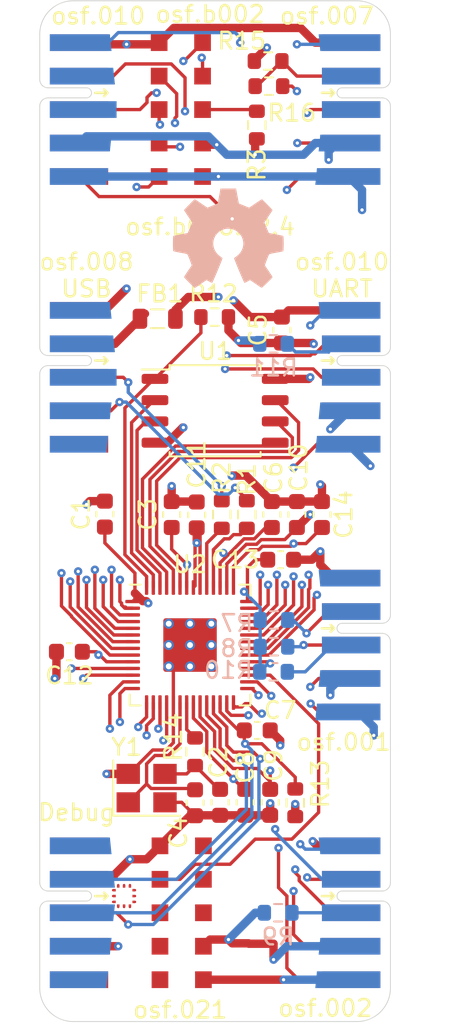
<source format=kicad_pcb>
(kicad_pcb (version 20211014) (generator pcbnew)
  (layers (0 "F.Cu" signal) (1 "In1.Cu" signal) (2 "In2.Cu" signal) (31 "B.Cu" signal) (34 "B.Paste" user) (35 "F.Paste" user) (36 "B.SilkS" user "B.Silkscreen") (37 "F.SilkS" user "F.Silkscreen") (38 "B.Mask" user) (39 "F.Mask" user) (44 "Edge.Cuts" user))
  (net 0 "")
  (net 1 "+3V3")
  (net 2 "GND")
  (net 3 "Net-(C2-Pad1)")
  (net 4 "Net-(C3-Pad1)")
  (net 5 "Net-(C4-Pad1)")
  (net 6 "/rp2040/RUN")
  (net 7 "Net-(C14-Pad1)")
  (net 8 "+5V")
  (net 9 "Net-(FB1-Pad2)")
  (net 10 "/UART0_RX")
  (net 11 "/UART0_TX")
  (net 12 "/GPIO24")
  (net 13 "/GPIO25")
  (net 15 "Net-(J2-Pad3)")
  (net 16 "Net-(J2-Pad4)")
  (net 21 "/rp2040/SWD")
  (net 22 "/rp2040/SWCLK")
  (net 28 "/SPI0_TX")
  (net 29 "/SPI0_RX")
  (net 30 "/SPI0_SCK")
  (net 31 "/GPIO6")
  (net 32 "/~{SPI0_CS}")
  (net 33 "/GPIO7")
  (net 34 "Net-(J4-Pad8)")
  (net 35 "/ADC_VREF")
  (net 36 "/ADC0")
  (net 37 "/ADC1")
  (net 38 "/ADC2")
  (net 39 "/ADC3")
  (net 40 "/rp2040/GPIO20")
  (net 41 "/rp2040/GPIO21")
  (net 42 "/GPIO23")
  (net 43 "/GPIO22")
  (net 44 "/SPI1_TX")
  (net 45 "/SPI1_RX")
  (net 46 "/SPI1_SCK")
  (net 47 "/GPIO14")
  (net 48 "/~{SPI1_CS}")
  (net 49 "/GPIO15")
  (net 50 "Net-(J7-Pad8)")
  (net 51 "/I2C1_SDA")
  (net 52 "/I2C1_SCL")
  (net 53 "/GPIO16")
  (net 54 "/GPIO17")
  (net 55 "Net-(J8-Pad8)")
  (net 56 "/UART1_TX")
  (net 57 "/UART1_RX")
  (net 58 "Net-(J9-Pad7)")
  (net 59 "/DM")
  (net 60 "/rp2040/QPI_SS")
  (net 61 "Net-(R14-Pad2)")
  (net 62 "Net-(U1-Pad2)")
  (net 63 "Net-(U1-Pad3)")
  (net 64 "Net-(U1-Pad5)")
  (net 65 "/rp2040/QSPI_CLK")
  (net 66 "Net-(U1-Pad7)")
  (net 67 "/DP")
  (footprint "Capacitor_SMD:C_0603_1608Metric" (layer "F.Cu") (at 153.025 85.6)
    (fp_text reference "C7")
    (fp_text value "1nF")
  )
  (footprint "Capacitor_SMD:C_0603_1608Metric" (layer "F.Cu") (at 143.9 72.675 90)
    (fp_text reference "C1")
    (fp_text value "100nF")
  )
  (footprint "Resistor_SMD:R_0603_1608Metric" (layer "F.Cu") (at 153.725 47.1)
    (fp_text reference "R16")
    (fp_text value "1R")
  )
  (footprint "on_edge:debug_edge_2x05_device" (layer "F.Cu") (at 140 96.5 -90)
    (fp_text reference "J3")
    (fp_text value "DebugEdge_02x05")
    (fp_line (start -0.7 -0.5) (end -0.7 -2.8) (layer "Edge.Cuts") (width 0.05))
    (fp_line (start -0.2 0) (end 4 0) (layer "Edge.Cuts") (width 0.05))
    (fp_line (start -4 0) (end -1.8 0) (layer "Edge.Cuts") (width 0.05))
    (fp_line (start -1.3 -2.8) (end -1.3 -0.5) (layer "Edge.Cuts") (width 0.05))
    (fp_arc (start -1.3 -0.5) (mid -1.446447 -0.146447) (end -1.8 0) (layer "Edge.Cuts") (width 0.05))
    (fp_arc (start -1.3 -2.8) (mid -1 -3.1) (end -0.7 -2.8) (layer "Edge.Cuts") (width 0.05))
    (fp_arc (start -0.2 0) (mid -0.553553 -0.146447) (end -0.7 -0.5) (layer "Edge.Cuts") (width 0.05))
  )
  (footprint "on_edge:on_edge_2x05_device" (layer "F.Cu") (at 140 48.5 -90)
    (fp_text reference "J1")
    (fp_text value "UART")
    (fp_line (start -4 0) (end -1.8 0) (layer "Edge.Cuts") (width 0.05))
    (fp_line (start -0.2 0) (end 4 0) (layer "Edge.Cuts") (width 0.05))
    (fp_line (start -1.3 -2.8) (end -1.3 -0.5) (layer "Edge.Cuts") (width 0.05))
    (fp_line (start -0.7 -0.5) (end -0.7 -2.8) (layer "Edge.Cuts") (width 0.05))
    (fp_arc (start -1.3 -0.5) (mid -1.446447 -0.146447) (end -1.8 0) (layer "Edge.Cuts") (width 0.05))
    (fp_arc (start -0.2 0) (mid -0.553553 -0.146447) (end -0.7 -0.5) (layer "Edge.Cuts") (width 0.05))
    (fp_arc (start -1.3 -2.8) (mid -1 -3.1) (end -0.7 -2.8) (layer "Edge.Cuts") (width 0.05))
  )
  (footprint "Resistor_SMD:R_0603_1608Metric" (layer "F.Cu") (at 150.9 72.7 -90)
    (fp_text reference "R2")
    (fp_text value "27R")
  )
  (footprint "Capacitor_SMD:C_0603_1608Metric" (layer "F.Cu") (at 141.775 80.9 180)
    (fp_text reference "C12")
    (fp_text value "100nF")
  )
  (footprint "Inductor_SMD:L_0805_2012Metric" (layer "F.Cu") (at 147.0625 61 180)
    (fp_text reference "FB1")
    (fp_text value "Ferrite_Bead_Small")
  )
  (footprint "on_edge:on_edge_2x05_up_host" (layer "F.Cu") (at 150.75 48.5 -90)
    (fp_text reference "J4")
    (fp_text value "SPI_2x3")
  )
  (footprint "Capacitor_SMD:C_0603_1608Metric" (layer "F.Cu") (at 156.9 72.7 90)
    (fp_text reference "C14")
    (fp_text value "2.2uF")
  )
  (footprint "on_edge:on_edge_2x05_host" (layer "F.Cu") (at 161 64.5 -90)
    (fp_text reference "J9")
    (fp_text value "UART_2x2")
    (fp_line (start -0.2 0) (end 4 0) (layer "Edge.Cuts") (width 0.05))
    (fp_line (start -0.7 2.9) (end -0.7 0.5) (layer "Edge.Cuts") (width 0.05))
    (fp_line (start -4 0) (end -1.8 0) (layer "Edge.Cuts") (width 0.05))
    (fp_line (start -1.3 0.5) (end -1.3 2.9) (layer "Edge.Cuts") (width 0.05))
    (fp_arc (start -1.8 0) (mid -1.446447 0.146447) (end -1.3 0.5) (layer "Edge.Cuts") (width 0.05))
    (fp_arc (start -0.7 2.9) (mid -1 3.2) (end -1.3 2.9) (layer "Edge.Cuts") (width 0.05))
    (fp_arc (start -0.7 0.5) (mid -0.553553 0.146447) (end -0.2 0) (layer "Edge.Cuts") (width 0.05))
  )
  (footprint "on_edge:on_edge_2x05_device" (layer "F.Cu") (at 140 64.5 -90)
    (fp_text reference "J2")
    (fp_text value "008_USB")
    (fp_line (start -1.3 -2.8) (end -1.3 -0.5) (layer "Edge.Cuts") (width 0.05))
    (fp_line (start -0.7 -0.5) (end -0.7 -2.8) (layer "Edge.Cuts") (width 0.05))
    (fp_line (start -4 0) (end -1.8 0) (layer "Edge.Cuts") (width 0.05))
    (fp_line (start -0.2 0) (end 4 0) (layer "Edge.Cuts") (width 0.05))
    (fp_arc (start -0.2 0) (mid -0.553553 -0.146447) (end -0.7 -0.5) (layer "Edge.Cuts") (width 0.05))
    (fp_arc (start -1.3 -2.8) (mid -1 -3.1) (end -0.7 -2.8) (layer "Edge.Cuts") (width 0.05))
    (fp_arc (start -1.3 -0.5) (mid -1.446447 -0.146447) (end -1.8 0) (layer "Edge.Cuts") (width 0.05))
  )
  (footprint "Capacitor_SMD:C_0603_1608Metric" (layer "F.Cu") (at 154.425 75.4)
    (fp_text reference "C13")
    (fp_text value "2.2uF")
  )
  (footprint "Crystal:Crystal_SMD_Abracon_ABM8G-4Pin_3.2x2.5mm" (layer "F.Cu") (at 146.4 89.05)
    (fp_text reference "Y1")
    (fp_text value "12MhZ")
  )
  (footprint "Capacitor_SMD:C_0603_1608Metric" (layer "F.Cu") (at 153.8 89.9 -90)
    (fp_text reference "C9")
    (fp_text value "2.2uF")
  )
  (footprint "Capacitor_SMD:C_0603_1608Metric" (layer "F.Cu") (at 155.4 72.7 90)
    (fp_text reference "C10")
    (fp_text value "100nF")
  )
  (footprint "on_edge:on_edge_2x05_host" (layer "F.Cu") (at 161 80.5 -90)
    (fp_text reference "J8")
    (fp_text value "I2C_2x2")
    (fp_line (start -1.3 0.5) (end -1.3 2.9) (layer "Edge.Cuts") (width 0.05))
    (fp_line (start -4 0) (end -1.8 0) (layer "Edge.Cuts") (width 0.05))
    (fp_line (start -0.2 0) (end 4 0) (layer "Edge.Cuts") (width 0.05))
    (fp_line (start -0.7 2.9) (end -0.7 0.5) (layer "Edge.Cuts") (width 0.05))
    (fp_arc (start -0.7 2.9) (mid -1 3.2) (end -1.3 2.9) (layer "Edge.Cuts") (width 0.05))
    (fp_arc (start -0.7 0.5) (mid -0.553553 0.146447) (end -0.2 0) (layer "Edge.Cuts") (width 0.05))
    (fp_arc (start -1.8 0) (mid -1.446447 0.146447) (end -1.3 0.5) (layer "Edge.Cuts") (width 0.05))
  )
  (footprint "Capacitor_SMD:C_0603_1608Metric" (layer "F.Cu") (at 154.5 61.675 90)
    (fp_text reference "C5")
    (fp_text value "100nF")
  )
  (footprint "b018:RP2040-QFN-56" (layer "F.Cu") (at 149 80.5)
    (fp_text reference "U2")
    (fp_text value "RP2040")
  )
  (footprint "on_edge:on_edge_2x05_host" (layer "F.Cu") (at 161 96.5 -90)
    (fp_text reference "J7")
    (fp_text value "SPI_2x3")
    (fp_line (start -0.2 0) (end 4 0) (layer "Edge.Cuts") (width 0.05))
    (fp_line (start -1.3 0.5) (end -1.3 2.9) (layer "Edge.Cuts") (width 0.05))
    (fp_line (start -0.7 2.9) (end -0.7 0.5) (layer "Edge.Cuts") (width 0.05))
    (fp_line (start -4 0) (end -1.8 0) (layer "Edge.Cuts") (width 0.05))
    (fp_arc (start -0.7 2.9) (mid -1 3.2) (end -1.3 2.9) (layer "Edge.Cuts") (width 0.05))
    (fp_arc (start -0.7 0.5) (mid -0.553553 0.146447) (end -0.2 0) (layer "Edge.Cuts") (width 0.05))
    (fp_arc (start -1.8 0) (mid -1.446447 0.146447) (end -1.3 0.5) (layer "Edge.Cuts") (width 0.05))
  )
  (footprint "Resistor_SMD:R_0603_1608Metric" (layer "F.Cu") (at 155.3 89.925 90)
    (fp_text reference "R13")
    (fp_text value "10k")
  )
  (footprint "Resistor_SMD:R_0603_1608Metric" (layer "F.Cu") (at 150.475 60.9 180)
    (fp_text reference "R12")
    (fp_text value "d.n.p")
  )
  (footprint "Capacitor_SMD:C_0603_1608Metric" (layer "F.Cu") (at 149.3 89.925 -90)
    (fp_text reference "C4")
    (fp_text value "12pF")
  )
  (footprint "on_edge:on_edge_2x05_up_host" (layer "F.Cu") (at 150.8 96.5 -90)
    (fp_text reference "J6")
    (fp_text value "021_single_IO_UNIO")
  )
  (footprint "Capacitor_SMD:C_0603_1608Metric" (layer "F.Cu") (at 153.9 72.7 90)
    (fp_text reference "C6")
    (fp_text value "100nF")
  )
  (footprint "Resistor_SMD:R_0603_1608Metric" (layer "F.Cu") (at 152.4 72.7 -90)
    (fp_text reference "R1")
    (fp_text value "27R")
  )
  (footprint "Resistor_SMD:R_0603_1608Metric" (layer "F.Cu") (at 153 49.425 90)
    (fp_text reference "R3")
    (fp_text value "10k")
  )
  (footprint "Capacitor_SMD:C_0603_1608Metric" (layer "F.Cu") (at 152.3 89.9 -90)
    (fp_text reference "C8")
    (fp_text value "100nF")
  )
  (footprint "Capacitor_SMD:C_0603_1608Metric" (layer "F.Cu") (at 149.4 72.725 90)
    (fp_text reference "C11")
    (fp_text value "100nF")
  )
  (footprint "Package_SO:SOIC-8_5.23x5.23mm_P1.27mm" (layer "F.Cu") (at 150.5 66.5)
    (fp_text reference "U1")
    (fp_text value "W25Q128JVS")
  )
  (footprint "Capacitor_SMD:C_0603_1608Metric" (layer "F.Cu") (at 147.9 72.7 90)
    (fp_text reference "C3")
    (fp_text value "100nF")
  )
  (footprint "Resistor_SMD:R_0603_1608Metric" (layer "F.Cu") (at 149.3 86.875 90)
    (fp_text reference "R14")
    (fp_text value "1k")
  )
  (footprint "Capacitor_SMD:C_0603_1608Metric" (layer "F.Cu") (at 150.8 89.9 -90)
    (fp_text reference "C2")
    (fp_text value "12pF")
  )
  (footprint "Resistor_SMD:R_0603_1608Metric" (layer "F.Cu") (at 153.675 45.6)
    (fp_text reference "R15")
    (fp_text value "200R")
  )
  (footprint "on_edge:on_edge_2x05_host" (layer "F.Cu") (at 161 48.5 -90)
    (fp_text reference "J5")
    (fp_text value "ADC_2x3")
    (fp_line (start -4 0) (end -1.8 0) (layer "Edge.Cuts") (width 0.05))
    (fp_line (start -1.3 0.5) (end -1.3 2.9) (layer "Edge.Cuts") (width 0.05))
    (fp_line (start -0.7 2.9) (end -0.7 0.5) (layer "Edge.Cuts") (width 0.05))
    (fp_line (start -0.2 0) (end 4 0) (layer "Edge.Cuts") (width 0.05))
    (fp_arc (start -1.8 0) (mid -1.446447 0.146447) (end -1.3 0.5) (layer "Edge.Cuts") (width 0.05))
    (fp_arc (start -0.7 0.5) (mid -0.553553 0.146447) (end -0.2 0) (layer "Edge.Cuts") (width 0.05))
    (fp_arc (start -0.7 2.9) (mid -1 3.2) (end -1.3 2.9) (layer "Edge.Cuts") (width 0.05))
  )
  (footprint "Resistor_SMD:R_0603_1608Metric" (layer "B.Cu") (at 154.025 79)
    (fp_text reference "R7")
    (fp_text value "2k")
  )
  (footprint "Resistor_SMD:R_0603_1608Metric" (layer "B.Cu") (at 154.275 96.5)
    (fp_text reference "R9")
    (fp_text value "10k")
  )
  (footprint "Resistor_SMD:R_0603_1608Metric" (layer "B.Cu") (at 154 82.1)
    (fp_text reference "R10")
    (fp_text value "10k")
  )
  (footprint "Symbol:OSHW-Symbol_6.7x6mm_SilkScreen" (layer "B.Cu") (at 151.3 56.2 180)
    (fp_text reference "LOGO1" hide)
    (fp_text value "Logo_Open_Hardware_Small" hide)
  )
  (footprint "Resistor_SMD:R_0603_1608Metric" (layer "B.Cu") (at 154 62.5)
    (fp_text reference "R11")
    (fp_text value "10k")
  )
  (footprint "Resistor_SMD:R_0603_1608Metric" (layer "B.Cu") (at 154.025 80.6)
    (fp_text reference "R8")
    (fp_text value "2k")
  )
  (gr_line (start 161 101) (end 161 100.5) (layer "Edge.Cuts") (width 0.05))
  (gr_line (start 140 44.5) (end 140 44) (layer "Edge.Cuts") (width 0.05))
  (gr_line (start 142 42) (end 159 42) (layer "Edge.Cuts") (width 0.05))
  (gr_arc (start 161 101) (mid 160.414214 102.414214) (end 159 103) (layer "Edge.Cuts") (width 0.05))
  (gr_line (start 161 92.5) (end 161 84.5) (layer "Edge.Cuts") (width 0.05))
  (gr_line (start 159 103) (end 142 103) (layer "Edge.Cuts") (width 0.05))
  (gr_line (start 161 60.5) (end 161 52.5) (layer "Edge.Cuts") (width 0.05))
  (gr_arc (start 159 42) (mid 160.414214 42.585786) (end 161 44) (layer "Edge.Cuts") (width 0.05))
  (gr_line (start 140 52.5) (end 140 60.5) (layer "Edge.Cuts") (width 0.05))
  (gr_line (start 161 44.5) (end 161 44) (layer "Edge.Cuts") (width 0.05))
  (gr_arc (start 142 103) (mid 140.585786 102.414214) (end 140 101) (layer "Edge.Cuts") (width 0.05))
  (gr_line (start 140 101) (end 140 100.5) (layer "Edge.Cuts") (width 0.05))
  (gr_arc (start 140 44) (mid 140.585786 42.585786) (end 142 42) (layer "Edge.Cuts") (width 0.05))
  (gr_line (start 161 76.5) (end 161 68.5) (layer "Edge.Cuts") (width 0.05))
  (gr_line (start 140 92.5) (end 140 68.5) (layer "Edge.Cuts") (width 0.05))
  (gr_text "osf.b018.v2.4" (at 150.2 55.5) (layer "F.SilkS") (effects (font (size 1 1))))
  (gr_text "osf.001\n" (at 158.2 86.3) (layer "F.SilkS") (effects (font (size 1 1))))
  (gr_text "osf.007" (at 157.2 42.9) (layer "F.SilkS") (effects (font (size 1 1))))
  (gr_text "osf.010" (at 143.5 42.9) (layer "F.SilkS") (effects (font (size 1 1))))
  (gr_text "osf.010\nUART" (at 158.1 58.4) (layer "F.SilkS") (effects (font (size 1 1))))
  (gr_text "Debug" (at 142.2 90.5) (layer "F.SilkS") (effects (font (size 1 1))))
  (gr_text "osf.021" (at 148.4 102.3) (layer "F.SilkS") (effects (font (size 1 1))))
  (gr_text "osf.008\nUSB" (at 142.8 58.4) (layer "F.SilkS") (effects (font (size 1 1))))
  (gr_text "osf.b002" (at 150.2 42.8) (layer "F.SilkS") (effects (font (size 1 1))))
  (gr_text "osf.002" (at 157.1 102.2) (layer "F.SilkS") (effects (font (size 1 1))))
  (segment (start 151.9 62.3) (end 152.05 62.45) (width 0.5) (layer "F.Cu") (net 1))
  (segment (start 146.173131 77.877) (end 145.7 77.403869) (width 0.5) (layer "F.Cu") (net 1))
  (segment (start 155.3 90.75) (end 155.3 90) (width 0.5) (layer "F.Cu") (net 1))
  (segment (start 154.675 74.2) (end 155.4 73.475) (width 0.2) (layer "F.Cu") (net 1))
  (segment (start 150 86.8) (end 150 86.9) (width 0.2) (layer "F.Cu") (net 1))
  (segment (start 152.282932 77.2625) (end 152.4375 77.2625) (width 0.2) (layer "F.Cu") (net 1))
  (segment (start 146.5 78) (end 146.377 77.877) (width 0.5) (layer "F.Cu") (net 1))
  (segment (start 152.987317 74.479) (end 153.266317 74.2) (width 0.2) (layer "F.Cu") (net 1))
  (segment (start 156.175 72.7) (end 155.4 73.475) (width 0.5) (layer "F.Cu") (net 1))
  (segment (start 146.377 77.877) (end 146.173131 77.877) (width 0.5) (layer "F.Cu") (net 1))
  (segment (start 152.370896 74.479) (end 152.987317 74.479) (width 0.2) (layer "F.Cu") (net 1))
  (segment (start 149.2 84.871131) (end 150.002 85.673131) (width 0.2) (layer "F.Cu") (net 1))
  (segment (start 145.7 77.7625) (end 145.5625 77.9) (width 0.2) (layer "F.Cu") (net 1))
  (segment (start 151.3 61.7) (end 151.3 60.9) (width 0.5) (layer "F.Cu") (net 1))
  (segment (start 156.2 72.7) (end 156.175 72.7) (width 0.5) (layer "F.Cu") (net 1))
  (segment (start 150.002 86.798) (end 150 86.8) (width 0.2) (layer "F.Cu") (net 1))
  (segment (start 151.9 62.3) (end 151.3 61.7) (width 0.5) (layer "F.Cu") (net 1))
  (segment (start 150.6 50.6) (end 149.85 50.6) (width 0.5) (layer "F.Cu") (net 1))
  (segment (start 153.266317 74.2) (end 154.675 74.2) (width 0.2) (layer "F.Cu") (net 1))
  (segment (start 143.9 73.45) (end 143.9 74.4) (width 0.2) (layer "F.Cu") (net 1))
  (segment (start 149.2 83.9375) (end 149.2 84.871131) (width 0.2) (layer "F.Cu") (net 1))
  (segment (start 150 86.9) (end 151.6 88.5) (width 0.2) (layer "F.Cu") (net 1))
  (segment (start 145.5625 81.5) (end 144 81.5) (width 0.2) (layer "F.Cu") (net 1))
  (segment (start 149.2 77.0625) (end 149.3 76.9625) (width 0.2) (layer "F.Cu") (net 1))
  (segment (start 152.4375 77.9) (end 152.4375 77.2625) (width 0.2) (layer "F.Cu") (net 1))
  (segment (start 150.2 98.1) (end 149.8 98.5) (width 0.5) (layer "F.Cu") (net 1))
  (segment (start 154.5 62.45) (end 156.35 62.45) (width 0.5) (layer "F.Cu") (net 1))
  (segment (start 143.9 74.4) (end 145.7 76.2) (width 0.2) (layer "F.Cu") (net 1))
  (segment (start 142.35 98.5) (end 144.7 98.5) (width 0.5) (layer "F.Cu") (net 1))
  (segment (start 152.9 50.35) (end 153 50.25) (width 0.5) (layer "F.Cu") (net 1))
  (segment (start 152.5 98.325) (end 151.525 98.325) (width 0.5) (layer "F.Cu") (net 1))
  (segment (start 156.35 62.45) (end 156.406644 62.506644) (width 0.5) (layer "F.Cu") (net 1))
  (segment (start 152.225 89.125) (end 151.6 88.5) (width 0.2) (layer "F.Cu") (net 1))
  (segment (start 156.105 64.595) (end 156.2 64.5) (width 0.5) (layer "F.Cu") (net 1))
  (segment (start 149.4 74.4) (end 149.4 73.5) (width 0.5) (layer "F.Cu") (net 1))
  (segment (start 152.525 98.35) (end 152.5 98.325) (width 0.5) (layer "F.Cu") (net 1))
  (segment (start 151.2 77.0625) (end 151.2 75.649896) (width 0.2) (layer "F.Cu") (net 1))
  (segment (start 149.3 73.6) (end 149.4 73.5) (width 0.2) (layer "F.Cu") (net 1))
  (segment (start 152.235779 77.309653) (end 152.282932 77.2625) (width 0.2) (layer "F.Cu") (net 1))
  (segment (start 152.85 45.6) (end 152.85 45.55) (width 0.5) (layer "F.Cu") (net 1))
  (segment (start 145.7 76.2) (end 145.7 77.7625) (width 0.2) (layer "F.Cu") (net 1))
  (segment (start 152.4375 77.2625) (end 152.4375 75.8625) (width 0.2) (layer "F.Cu") (net 1))
  (segment (start 154.1 64.595) (end 156.105 64.595) (width 0.5) (layer "F.Cu") (net 1))
  (segment (start 144 81.5) (end 143.4 80.9) (width 0.2) (layer "F.Cu") (net 1))
  (segment (start 143.4 80.9) (end 142.55 80.9) (width 0.2) (layer "F.Cu") (net 1))
  (segment (start 153.7 81.5) (end 153.8 81.6) (width 0.2) (layer "F.Cu") (net 1))
  (segment (start 149.85 50.6) (end 149.75 50.5) (width 0.5) (layer "F.Cu") (net 1))
  (segment (start 151.3 98.1) (end 150.2 98.1) (width 0.5) (layer "F.Cu") (net 1))
  (segment (start 152.3 89.125) (end 152.225 89.125) (width 0.2) (layer "F.Cu") (net 1))
  (segment (start 149.6 77.0625) (end 149.6 73.7) (width 0.2) (layer "F.Cu") (net 1))
  (segment (start 152.9 51.2) (end 152.9 50.35) (width 0.5) (layer "F.Cu") (net 1))
  (segment (start 151.525 98.325) (end 151.3 98.1) (width 0.5) (layer "F.Cu") (net 1))
  (segment (start 152.05 62.45) (end 154.5 62.45) (width 0.5) (layer "F.Cu") (net 1))
  (segment (start 150.002 85.673131) (end 150.002 86.798) (width 0.2) (layer "F.Cu") (net 1))
  (segment (start 152.9 75.4) (end 153.65 75.4) (width 0.2) (layer "F.Cu") (net 1))
  (segment (start 152.85 45.55) (end 153.6 44.8) (width 0.5) (layer "F.Cu") (net 1))
  (segment (start 149.6 73.7) (end 149.4 73.5) (width 0.2) (layer "F.Cu") (net 1))
  (segment (start 154 98.35) (end 152.525 98.35) (width 0.5) (layer "F.Cu") (net 1))
  (segment (start 151.2 75.649896) (end 152.370896 74.479) (width 0.2) (layer "F.Cu") (net 1))
  (segment (start 149.3 76.9625) (end 149.3 73.6) (width 0.2) (layer "F.Cu") (net 1))
  (segment (start 152.4375 75.8625) (end 152.9 75.4) (width 0.2) (layer "F.Cu") (net 1))
  (segment (start 154 99.3) (end 154 98.35) (width 0.5) (layer "F.Cu") (net 1))
  (segment (start 152.4375 81.5) (end 153.7 81.5) (width 0.2) (layer "F.Cu") (net 1))
  (via (at 149.4 74.4) (size 0.5) (drill 0.2) (layers "F.Cu" "B.Cu") (net 1))
  (via (at 152.235779 77.309653) (size 0.5) (drill 0.2) (layers "F.Cu" "B.Cu") (net 1))
  (via (at 153.6 44.8) (size 0.5) (drill 0.2) (layers "F.Cu" "B.Cu") (net 1))
  (via (at 143.513063 81.086937) (size 0.5) (drill 0.2) (layers "F.Cu" "B.Cu") (net 1))
  (via (at 157.4 67.6) (size 0.5) (drill 0.2) (layers "F.Cu" "B.Cu") (net 1))
  (via (at 146.5 78) (size 0.5) (drill 0.2) (layers "F.Cu" "B.Cu") (net 1))
  (via (at 144.7 98.5) (size 0.5) (drill 0.2) (layers "F.Cu" "B.Cu") (net 1))
  (via (at 157.3 51.5) (size 0.5) (drill 0.2) (layers "F.Cu" "B.Cu") (net 1))
  (via (at 156.2 64.5) (size 0.5) (drill 0.2) (layers "F.Cu" "B.Cu") (net 1))
  (via (at 157.4 83.5) (size 0.5) (drill 0.2) (layers "F.Cu" "B.Cu") (net 1))
  (via (at 150.6 50.6) (size 0.5) (drill 0.2) (layers "F.Cu" "B.Cu") (net 1))
  (via (at 156.406644 62.506644) (size 0.5) (drill 0.2) (layers "F.Cu" "B.Cu") (net 1))
  (via (at 151.9 62.3) (size 0.5) (drill 0.2) (layers "F.Cu" "B.Cu") (net 1))
  (via (at 153.8 81.6) (size 0.5) (drill 0.2) (layers "F.Cu" "B.Cu") (net 1))
  (via (at 154 99.3) (size 0.5) (drill 0.2) (layers "F.Cu" "B.Cu") (net 1))
  (via (at 152.9 51.2) (size 0.5) (drill 0.2) (layers "F.Cu" "B.Cu") (net 1))
  (via (at 155.3 90) (size 0.5) (drill 0.2) (layers "F.Cu" "B.Cu") (net 1))
  (via (at 151.6 88.5) (size 0.5) (drill 0.2) (layers "F.Cu" "B.Cu") (net 1))
  (via (at 151.3 98.1) (size 0.5) (drill 0.2) (layers "F.Cu" "B.Cu") (net 1))
  (via (at 156.2 72.7) (size 0.5) (drill 0.2) (layers "F.Cu" "B.Cu") (net 1))
  (segment (start 150.6 50.6) (end 150.1 50.1) (width 0.5) (layer "B.Cu") (net 1))
  (segment (start 156.5 50.5) (end 155.9 51.1) (width 0.5) (layer "B.Cu") (net 1))
  (segment (start 155.9 51.1) (end 155.8 51.2) (width 0.5) (layer "B.Cu") (net 1))
  (segment (start 157.3 51) (end 157.8 50.5) (width 0.5) (layer "B.Cu") (net 1))
  (segment (start 158.6 50.5) (end 156.5 50.5) (width 0.5) (layer "B.Cu") (net 1))
  (segment (start 157.3 51.5) (end 157.3 51) (width 0.5) (layer "B.Cu") (net 1))
  (segment (start 153.2 78.273874) (end 152.235779 77.309653) (width 0.2) (layer "B.Cu") (net 1))
  (segment (start 157.4 83.1) (end 158 82.5) (width 0.5) (layer "B.Cu") (net 1))
  (segment (start 157.4 83.5) (end 157.4 83.1) (width 0.5) (layer "B.Cu") (net 1))
  (segment (start 153.2 79) (end 153.2 78.273874) (width 0.2) (layer "B.Cu") (net 1))
  (segment (start 150.1 50.1) (end 142.8 50.1) (width 0.5) (layer "B.Cu") (net 1))
  (segment (start 151.2 51.2) (end 150.6 50.6) (width 0.5) (layer "B.Cu") (net 1))
  (segment (start 152.9 96.5) (end 151.3 98.1) (width 0.5) (layer "B.Cu") (net 1))
  (segment (start 153.45 96.5) (end 152.9 96.5) (width 0.5) (layer "B.Cu") (net 1))
  (segment (start 153.2 80.6) (end 153.2 82.075) (width 0.2) (layer "B.Cu") (net 1))
  (segment (start 151.9 62.3) (end 152.975 62.3) (width 0.5) (layer "B.Cu") (net 1))
  (segment (start 158.6 98.5) (end 154.8 98.5) (width 0.5) (layer "B.Cu") (net 1))
  (segment (start 152.975 62.3) (end 153.175 62.5) (width 0.5) (layer "B.Cu") (net 1))
  (segment (start 153.2 79) (end 153.2 80.6) (width 0.2) (layer "B.Cu") (net 1))
  (segment (start 158.5 66.5) (end 158.6 66.5) (width 0.5) (layer "B.Cu") (net 1))
  (segment (start 157.8 50.5) (end 158.6 50.5) (width 0.5) (layer "B.Cu") (net 1))
  (segment (start 155.8 51.2) (end 152.9 51.2) (width 0.5) (layer "B.Cu") (net 1))
  (segment (start 153.2 82.075) (end 153.175 82.1) (width 0.2) (layer "B.Cu") (net 1))
  (segment (start 152.9 51.2) (end 151.2 51.2) (width 0.5) (layer "B.Cu") (net 1))
  (segment (start 157.4 67.6) (end 158.5 66.5) (width 0.5) (layer "B.Cu") (net 1))
  (segment (start 153.675 81.6) (end 153.175 82.1) (width 0.2) (layer "B.Cu") (net 1))
  (segment (start 158 82.5) (end 158.6 82.5) (width 0.5) (layer "B.Cu") (net 1))
  (segment (start 142.8 50.1) (end 142.4 50.5) (width 0.5) (layer "B.Cu") (net 1))
  (segment (start 153.8 81.6) (end 153.675 81.6) (width 0.2) (layer "B.Cu") (net 1))
  (segment (start 154.8 98.5) (end 154 99.3) (width 0.5) (layer "B.Cu") (net 1))
  (segment (start 154.4 86.2) (end 153.8 85.6) (width 0.5) (layer "F.Cu") (net 2))
  (segment (start 148 86.337552) (end 147.564552 86.773) (width 0.2) (layer "F.Cu") (net 2))
  (segment (start 149.3 90.7) (end 148.5 89.9) (width 0.2) (layer "F.Cu") (net 2))
  (segment (start 149.3 90.7) (end 149 90.7) (width 0.5) (layer "F.Cu") (net 2))
  (segment (start 143.9 60.5) (end 145.2 59.2) (width 0.5) (layer "F.Cu") (net 2))
  (segment (start 149.325 90.675) (end 149.3 90.7) (width 0.5) (layer "F.Cu") (net 2))
  (segment (start 148 82.05) (end 147.725 81.775) (width 0.2) (layer "F.Cu") (net 2))
  (segment (start 156.343972 92.2235) (end 156.620472 92.5) (width 0.5) (layer "F.Cu") (net 2))
  (segment (start 144.2 94.5) (end 145.4 93.3) (width 0.5) (layer "F.Cu") (net 2))
  (segment (start 148 83.9375) (end 148 86.337552) (width 0.2) (layer "F.Cu") (net 2))
  (segment (start 154.5 60.9) (end 152.6 60.9) (width 0.5) (layer "F.Cu") (net 2))
  (segment (start 148.5 89.9) (end 147.5 89.9) (width 0.2) (layer "F.Cu") (net 2))
  (segment (start 145.337552 88.2) (end 145.3 88.2) (width 0.2) (layer "F.Cu") (net 2))
  (segment (start 152.348 70.373) (end 153.9 71.925) (width 0.5) (layer "F.Cu") (net 2))
  (segment (start 154.4 86.5) (end 154.4 86.2) (width 0.5) (layer "F.Cu") (net 2))
  (segment (start 149 90.7) (end 147.2 92.5) (width 0.5) (layer "F.Cu") (net 2))
  (segment (start 155.623 43.623) (end 148.027 43.623) (width 0.5) (layer "F.Cu") (net 2))
  (segment (start 148.562972 67.5) (end 147.731486 68.331486) (width 0.5) (layer "F.Cu") (net 2))
  (segment (start 141 80.9) (end 141 82.4) (width 0.5) (layer "F.Cu") (net 2))
  (segment (start 153.8 90.675) (end 152.3 90.675) (width 0.5) (layer "F.Cu") (net 2))
  (segment (start 156.8 74.9) (end 156.8 75.7) (width 0.5) (layer "F.Cu") (net 2))
  (segment (start 158.65 44.5) (end 156.5 44.5) (width 0.5) (layer "F.Cu") (net 2))
  (segment (start 149.375 71.925) (end 149.4 71.95) (width 0.5) (layer "F.Cu") (net 2))
  (segment (start 144 88.2) (end 145.3 88.2) (width 0.5) (layer "F.Cu") (net 2))
  (segment (start 143.9 71.9) (end 143 71.9) (width 0.5) (layer "F.Cu") (net 2))
  (segment (start 153.8 90.675) (end 153.8 89.952) (width 0.5) (layer "F.Cu") (net 2))
  (segment (start 150.8 90.675) (end 149.325 90.675) (width 0.5) (layer "F.Cu") (net 2))
  (segment (start 157.6 76.5) (end 158.65 76.5) (width 0.5) (layer "F.Cu") (net 2))
  (segment (start 152.3 90.675) (end 150.8 90.675) (width 0.5) (layer "F.Cu") (net 2))
  (segment (start 156.9 71.925) (end 156.9 71) (width 0.5) (layer "F.Cu") (net 2))
  (segment (start 141 82.4) (end 140.9 82.5) (width 0.5) (layer "F.Cu") (net 2))
  (segment (start 154.9 60.5) (end 154.5 60.9) (width 0.5) (layer "F.Cu") (net 2))
  (segment (start 155.4 71.925) (end 156.9 71.925) (width 0.5) (layer "F.Cu") (net 2))
  (segment (start 148.6 67.5) (end 148.562972 67.5) (width 0.5) (layer "F.Cu") (net 2))
  (segment (start 156.9 71) (end 156.8 70.9) (width 0.5) (layer "F.Cu") (net 2))
  (segment (start 147.564552 86.773) (end 146.764552 86.773) (width 0.2) (layer "F.Cu") (net 2))
  (segment (start 142.35 60.5) (end 143.9 60.5) (width 0.5) (layer "F.Cu") (net 2))
  (segment (start 142.45 44.6) (end 142.35 44.5) (width 0.5) (layer "F.Cu") (net 2))
  (segment (start 145.2 44.6) (end 147.05 44.6) (width 0.5) (layer "F.Cu") (net 2))
  (segment (start 156.5 44.5) (end 155.623 43.623) (width 0.5) (layer "F.Cu") (net 2))
  (segment (start 147.9 71) (end 147.9 71.925) (width 0.5) (layer "F.Cu") (net 2))
  (segment (start 146.4 93.3) (end 147.2 92.5) (width 0.5) (layer "F.Cu") (net 2))
  (segment (start 156.620472 92.5) (end 158.65 92.5) (width 0.5) (layer "F.Cu") (net 2))
  (segment (start 145.2 44.6) (end 142.45 44.6) (width 0.5) (layer "F.Cu") (net 2))
  (segment (start 152.6 60.9) (end 151.6 59.9) (width 0.5) (layer "F.Cu") (net 2))
  (segment (start 147.9 71.925) (end 149.375 71.925) (width 0.5) (layer "F.Cu") (net 2))
  (segment (start 156.3 75.4) (end 156.8 74.9) (width 0.5) (layer "F.Cu") (net 2))
  (segment (start 146.764552 86.773) (end 145.337552 88.2) (width 0.2) (layer "F.Cu") (net 2))
  (segment (start 148 83.9375) (end 148 82.05) (width 0.2) (layer "F.Cu") (net 2))
  (segment (start 153.9 71.925) (end 155.4 71.925) (width 0.5) (layer "F.Cu") (net 2))
  (segment (start 158.65 60.5) (end 154.9 60.5) (width 0.5) (layer "F.Cu") (net 2))
  (segment (start 151.5 70.4) (end 151.527 70.373) (width 0.5) (layer "F.Cu") (net 2))
  (segment (start 147.05 44.6) (end 147.15 44.5) (width 0.5) (layer "F.Cu") (net 2))
  (segment (start 143 71.9) (end 142.8 72.1) (width 0.5) (layer "F.Cu") (net 2))
  (segment (start 156.8 75.7) (end 157.6 76.5) (width 0.5) (layer "F.Cu") (net 2))
  (segment (start 148.027 43.623) (end 147.15 44.5) (width 0.5) (layer "F.Cu") (net 2))
  (segment (start 142.35 94.5) (end 144.2 94.5) (width 0.5) (layer "F.Cu") (net 2))
  (segment (start 145.4 93.3) (end 146.4 93.3) (width 0.5) (layer "F.Cu") (net 2))
  (segment (start 155.2 75.4) (end 156.3 75.4) (width 0.5) (layer "F.Cu") (net 2))
  (segment (start 151.527 70.373) (end 152.348 70.373) (width 0.5) (layer "F.Cu") (net 2))
  (via (at 140.9 82.5) (size 0.5) (drill 0.2) (layers "F.Cu" "B.Cu") (net 2))
  (via (at 153.8 89.952) (size 0.5) (drill 0.2) (layers "F.Cu" "B.Cu") (net 2))
  (via (at 154.4 86.5) (size 0.5) (drill 0.2) (layers "F.Cu" "B.Cu") (net 2))
  (via (at 144 88.2) (size 0.5) (drill 0.2) (layers "F.Cu" "B.Cu") (net 2))
  (via (at 148.6 67.5) (size 0.5) (drill 0.2) (layers "F.Cu" "B.Cu") (net 2))
  (via (at 145.2 59.2) (size 0.5) (drill 0.2) (layers "F.Cu" "B.Cu") (net 2))
  (via (at 145.4 93.3) (size 0.5) (drill 0.2) (layers "F.Cu" "B.Cu") (net 2))
  (via (at 151.5 70.4) (size 0.5) (drill 0.2) (layers "F.Cu" "B.Cu") (net 2))
  (via (at 151.6 59.9) (size 0.5) (drill 0.2) (layers "F.Cu" "B.Cu") (net 2))
  (via (at 156.8 74.9) (size 0.5) (drill 0.2) (layers "F.Cu" "B.Cu") (net 2))
  (via (at 156.8 70.9) (size 0.5) (drill 0.2) (layers "F.Cu" "B.Cu") (net 2))
  (via (at 147.9 71) (size 0.5) (drill 0.2) (layers "F.Cu" "B.Cu") (net 2))
  (via (at 142.8 72.1) (size 0.5) (drill 0.2) (layers "F.Cu" "B.Cu") (net 2))
  (via (at 156.343972 92.2235) (size 0.5) (drill 0.2) (layers "F.Cu" "B.Cu") (net 2))
  (via (at 145.2 44.6) (size 0.5) (drill 0.2) (layers "F.Cu" "B.Cu") (net 2))
  (segment (start 150.725 89.125) (end 149.3 87.7) (width 0.2) (layer "F.Cu") (net 3))
  (segment (start 147.5 88.2) (end 148.8 88.2) (width 0.2) (layer "F.Cu") (net 3))
  (segment (start 148.8 88.2) (end 149.3 87.7) (width 0.2) (layer "F.Cu") (net 3))
  (segment (start 150.8 89.125) (end 150.725 89.125) (width 0.2) (layer "F.Cu") (net 3))
  (segment (start 152.851869 74.152) (end 153.528869 73.475) (width 0.2) (layer "F.Cu") (net 4))
  (segment (start 151.577 87.877) (end 153.027 87.877) (width 0.2) (layer "F.Cu") (net 4))
  (segment (start 149.6 84.8) (end 150.473 85.673) (width 0.2) (layer "F.Cu") (net 4))
  (segment (start 151 75) (end 151.143724 75.143724) (width 0.2) (layer "F.Cu") (net 4))
  (segment (start 150.473 86.773) (end 151.577 87.877) (width 0.2) (layer "F.Cu") (net 4))
  (segment (start 152.235448 74.152) (end 152.851869 74.152) (width 0.2) (layer "F.Cu") (net 4))
  (segment (start 148.8235 75.7) (end 147.9 74.7765) (width 0.2) (layer "F.Cu") (net 4))
  (segment (start 153.528869 73.475) (end 153.9 73.475) (width 0.2) (layer "F.Cu") (net 4))
  (segment (start 153.027 87.877) (end 153.8 88.65) (width 0.2) (layer "F.Cu") (net 4))
  (segment (start 150.473 85.673) (end 150.473 86.773) (width 0.2) (layer "F.Cu") (net 4))
  (segment (start 147.9 74.7765) (end 147.9 73.475) (width 0.2) (layer "F.Cu") (net 4))
  (segment (start 151.143724 75.243724) (end 152.235448 74.152) (width 0.2) (layer "F.Cu") (net 4))
  (segment (start 151.143724 75.143724) (end 151.143724 75.243724) (width 0.2) (layer "F.Cu") (net 4))
  (segment (start 149.6 83.9375) (end 149.6 84.8) (width 0.2) (layer "F.Cu") (net 4))
  (segment (start 150.8 75.587448) (end 151.143724 75.243724) (width 0.2) (layer "F.Cu") (net 4))
  (segment (start 150.8 77.0625) (end 150.8 75.587448) (width 0.2) (layer "F.Cu") (net 4))
  (segment (start 148.8235 75.7) (end 148.8 75.7235) (width 0.2) (layer "F.Cu") (net 4))
  (segment (start 148.8 75.7235) (end 148.8 77.0625) (width 0.2) (layer "F.Cu") (net 4))
  (segment (start 153.8 88.65) (end 153.8 89.125) (width 0.2) (layer "F.Cu") (net 4))
  (segment (start 153.8 89.125) (end 153.8 88) (width 0.2) (layer "F.Cu") (net 4))
  (via (at 153.8 88) (size 0.5) (drill 0.2) (layers "F.Cu" "B.Cu") (net 4))
  (via (at 148.8235 75.7) (size 0.5) (drill 0.2) (layers "F.Cu" "B.Cu") (net 4))
  (via (at 151 75) (size 0.5) (drill 0.2) (layers "F.Cu" "B.Cu") (net 4))
  (segment (start 147.7 87.1) (end 146.9 87.1) (width 0.2) (layer "F.Cu") (net 5))
  (segment (start 146.4 87.6) (end 146.4 88.8) (width 0.2) (layer "F.Cu") (net 5))
  (segment (start 149.223 89.073) (end 146.673 89.073) (width 0.2) (layer "F.Cu") (net 5))
  (segment (start 149.3 89.15) (end 149.223 89.073) (width 0.2) (layer "F.Cu") (net 5))
  (segment (start 148.4 86.4) (end 147.7 87.1) (width 0.2) (layer "F.Cu") (net 5))
  (segment (start 146.673 89.073) (end 146.4 88.8) (width 0.2) (layer "F.Cu") (net 5))
  (segment (start 146.9 87.1) (end 146.4 87.6) (width 0.2) (layer "F.Cu") (net 5))
  (segment (start 146.4 88.8) (end 145.3 89.9) (width 0.2) (layer "F.Cu") (net 5))
  (segment (start 148.4 83.9375) (end 148.4 86.4) (width 0.2) (layer "F.Cu") (net 5))
  (segment (start 152.25 85.6) (end 152.25 86.35) (width 0.2) (layer "F.Cu") (net 6))
  (segment (start 150.8 84.5) (end 152 85.7) (width 0.2) (layer "F.Cu") (net 6))
  (segment (start 153.3 86.4) (end 155.3 88.4) (width 0.2) (layer "F.Cu") (net 6))
  (segment (start 155.3 88.4) (end 155.3 89.1) (width 0.2) (layer "F.Cu") (net 6))
  (segment (start 152.25 86.35) (end 152.3 86.4) (width 0.2) (layer "F.Cu") (net 6))
  (segment (start 152.3 86.4) (end 153.3 86.4) (width 0.2) (layer "F.Cu") (net 6))
  (segment (start 150.8 83.9375) (end 150.8 84.5) (width 0.2) (layer "F.Cu") (net 6))
  (via (at 152.3 86.4) (size 0.5) (drill 0.2) (layers "F.Cu" "B.Cu") (net 6))
  (segment (start 146.9 96.5) (end 142.1 96.5) (width 0.2) (layer "B.Cu") (net 6))
  (segment (start 152.3 86.4) (end 152.7 86.8) (width 0.2) (layer "B.Cu") (net 6))
  (segment (start 152.7 90.7) (end 146.9 96.5) (width 0.2) (layer "B.Cu") (net 6))
  (segment (start 152.7 86.8) (end 152.7 90.7) (width 0.2) (layer "B.Cu") (net 6))
  (segment (start 151.6 75.8) (end 151.6 77.0625) (width 0.2) (layer "F.Cu") (net 7))
  (segment (start 155.2 74.438) (end 155.937 74.438) (width 0.2) (layer "F.Cu") (net 7))
  (segment (start 155.1 47.1) (end 155.4 47.4) (width 0.2) (layer "F.Cu") (net 7))
  (segment (start 152.594 74.806) (end 151.6 75.8) (width 0.2) (layer "F.Cu") (net 7))
  (segment (start 153.328765 74.6) (end 153.122765 74.806) (width 0.2) (layer "F.Cu") (net 7))
  (segment (start 154.55 47.1) (end 155.1 47.1) (width 0.2) (layer "F.Cu") (net 7))
  (segment (start 155.038 74.6) (end 153.328765 74.6) (width 0.2) (layer "F.Cu") (net 7))
  (segment (start 153.122765 74.806) (end 152.594 74.806) (width 0.2) (layer "F.Cu") (net 7))
  (segment (start 155.937 74.438) (end 156.9 73.475) (width 0.2) (layer "F.Cu") (net 7))
  (segment (start 155.2 74.438) (end 155.038 74.6) (width 0.2) (layer "F.Cu") (net 7))
  (via (at 155.4 47.4) (size 0.5) (drill 0.2) (layers "F.Cu" "B.Cu") (net 7))
  (via (at 155.2 74.438) (size 0.5) (drill 0.2) (layers "F.Cu" "B.Cu") (net 7))
  (segment (start 148.125 61) (end 148.125 60.475) (width 0.5) (layer "F.Cu") (net 8))
  (segment (start 148.9 59.7) (end 150.7 59.7) (width 0.5) (layer "F.Cu") (net 8))
  (segment (start 148.125 60.475) (end 148.9 59.7) (width 0.5) (layer "F.Cu") (net 8))
  (segment (start 154.6 100.5) (end 149.8 100.5) (width 0.5) (layer "F.Cu") (net 8))
  (segment (start 150.7 52.5) (end 149.75 52.5) (width 0.5) (layer "F.Cu") (net 8))
  (via (at 150.7 52.5) (size 0.5) (drill 0.2) (layers "F.Cu" "B.Cu") (net 8))
  (via (at 159.3 54.5) (size 0.5) (drill 0.2) (layers "F.Cu" "B.Cu") (net 8))
  (via (at 154.6 100.5) (size 0.5) (drill 0.2) (layers "F.Cu" "B.Cu") (net 8))
  (via (at 150.7 59.7) (size 0.5) (drill 0.2) (layers "F.Cu" "B.Cu") (net 8))
  (via (at 160 85.9) (size 0.5) (drill 0.2) (layers "F.Cu" "B.Cu") (net 8))
  (via (at 159.8 69.8) (size 0.5) (drill 0.2) (layers "F.Cu" "B.Cu") (net 8))
  (segment (start 160 85.9) (end 160 85.4) (width 0.5) (layer "B.Cu") (net 8))
  (segment (start 159.1 84.5) (end 158.5 84.5) (width 0.5) (layer "B.Cu") (net 8))
  (segment (start 142.3 52.5) (end 150.7 52.5) (width 0.5) (layer "B.Cu") (net 8))
  (segment (start 159.3 53.3) (end 158.5 52.5) (width 0.5) (layer "B.Cu") (net 8))
  (segment (start 154.6 100.5) (end 158.5 100.5) (width 0.5) (layer "B.Cu") (net 8))
  (segment (start 160 85.4) (end 159.1 84.5) (width 0.5) (layer "B.Cu") (net 8))
  (segment (start 158.5 52.5) (end 150.7 52.5) (width 0.5) (layer "B.Cu") (net 8))
  (segment (start 159.8 69.8) (end 158.5 68.5) (width 0.5) (layer "B.Cu") (net 8))
  (segment (start 159.3 54.5) (end 159.3 53.3) (width 0.5) (layer "B.Cu") (net 8))
  (segment (start 144.5 62.5) (end 146.3 60.7) (width 0.5) (layer "F.Cu") (net 9))
  (segment (start 142.35 62.5) (end 144.5 62.5) (width 0.5) (layer "F.Cu") (net 9))
  (segment (start 145.5625 78.7) (end 144.8 78.7) (width 0.2) (layer "F.Cu") (net 10))
  (segment (start 145.127 45.773) (end 144.1 46.8) (width 0.2) (layer "F.Cu") (net 10))
  (segment (start 147.877 45.773) (end 145.127 45.773) (width 0.2) (layer "F.Cu") (net 10))
  (segment (start 144.3 78) (end 144.3 76) (width 0.2) (layer "F.Cu") (net 10))
  (segment (start 144.3 78.2) (end 144.3 78) (width 0.2) (layer "F.Cu") (net 10))
  (segment (start 148.7 46.596) (end 147.877 45.773) (width 0.2) (layer "F.Cu") (net 10))
  (segment (start 148.7 48.6) (end 148.7 46.596) (width 0.2) (layer "F.Cu") (net 10))
  (segment (start 144.8 78.7) (end 144.3 78.2) (width 0.2) (layer "F.Cu") (net 10))
  (via (at 144.3 76) (size 0.5) (drill 0.2) (layers "F.Cu" "B.Cu") (net 10))
  (via (at 148.7 48.6) (size 0.5) (drill 0.2) (layers "F.Cu" "B.Cu") (net 10))
  (segment (start 146.423 47.773) (end 146.423 48.077) (width 0.2) (layer "F.Cu") (net 11))
  (segment (start 145.2 78.3) (end 145.127 78.227) (width 0.2) (layer "F.Cu") (net 11))
  (segment (start 145.5625 78.3) (end 145.1 78.3) (width 0.2) (layer "F.Cu") (net 11))
  (segment (start 146.696 47.5) (end 146.423 47.773) (width 0.2) (layer "F.Cu") (net 11))
  (segment (start 144.9 78.1) (end 144.9 78.066737) (width 0.2) (layer "F.Cu") (net 11))
  (segment (start 144.9 78) (end 144.8 77.9) (width 0.2) (layer "F.Cu") (net 11))
  (segment (start 144.8 77.9) (end 144.8 76.6) (width 0.2) (layer "F.Cu") (net 11))
  (segment (start 146.423 48.077) (end 146 48.5) (width 0.2) (layer "F.Cu") (net 11))
  (segment (start 147 47.5) (end 146.696 47.5) (width 0.2) (layer "F.Cu") (net 11))
  (segment (start 145.5625 78.3) (end 145.2 78.3) (width 0.2) (layer "F.Cu") (net 11))
  (segment (start 144.9 78.066737) (end 144.9 78) (width 0.2) (layer "F.Cu") (net 11))
  (segment (start 145.1 78.3) (end 144.9 78.1) (width 0.2) (layer "F.Cu") (net 11))
  (segment (start 146 48.5) (end 142.35 48.5) (width 0.2) (layer "F.Cu") (net 11))
  (via (at 144.8 76.6) (size 0.5) (drill 0.2) (layers "F.Cu" "B.Cu") (net 11))
  (via (at 147 47.5) (size 0.5) (drill 0.2) (layers "F.Cu" "B.Cu") (net 11))
  (segment (start 151.5235 55.029082) (end 150.194418 53.7) (width 0.2) (layer "F.Cu") (net 12))
  (segment (start 153.6 80.3) (end 155.3 78.6) (width 0.2) (layer "F.Cu") (net 12))
  (segment (start 155.7 78.2) (end 155.7 76.9) (width 0.2) (layer "F.Cu") (net 12))
  (segment (start 152.4375 80.3) (end 153.6 80.3) (width 0.2) (layer "F.Cu") (net 12))
  (segment (start 155.3 78.6) (end 155.7 78.2) (width 0.2) (layer "F.Cu") (net 12))
  (segment (start 143.55 53.7) (end 142.35 52.5) (width 0.2) (layer "F.Cu") (net 12))
  (segment (start 150.194418 53.7) (end 143.55 53.7) (width 0.2) (layer "F.Cu") (net 12))
  (via (at 151.5235 55.029082) (size 0.5) (drill 0.2) (layers "F.Cu" "B.Cu") (net 12))
  (via (at 155.7 76.9) (size 0.5) (drill 0.2) (layers "F.Cu" "B.Cu") (net 12))
  (segment (start 155.2 78.1) (end 155.2 76.4) (width 0.2) (layer "F.Cu") (net 13))
  (segment (start 152.4375 79.9) (end 153.4 79.9) (width 0.2) (layer "F.Cu") (net 13))
  (segment (start 153.4 79.9) (end 155.2 78.1) (width 0.2) (layer "F.Cu") (net 13))
  (via (at 155.2 76.4) (size 0.5) (drill 0.2) (layers "F.Cu" "B.Cu") (net 13))
  (via (at 152 44.5) (size 0.5) (drill 0.2) (layers "F.Cu" "B.Cu") (net 13))
  (segment (start 151.7 43.9) (end 152 44.2) (width 0.2) (layer "B.Cu") (net 13))
  (segment (start 152 44.2) (end 152 44.5) (width 0.2) (layer "B.Cu") (net 13))
  (segment (start 144.1 44.5) (end 144.6 44) (width 0.2) (layer "B.Cu") (net 13))
  (segment (start 144.6 44) (end 144.7 43.9) (width 0.2) (layer "B.Cu") (net 13))
  (segment (start 144.7 43.9) (end 151.7 43.9) (width 0.2) (layer "B.Cu") (net 13))
  (segment (start 142.4 44.5) (end 144.1 44.5) (width 0.2) (layer "B.Cu") (net 13))
  (segment (start 145.3 64.8) (end 145 64.5) (width 0.2) (layer "F.Cu") (net 15))
  (segment (start 150.9 71.875) (end 150.9 71) (width 0.2) (layer "F.Cu") (net 15))
  (segment (start 145 64.5) (end 142.35 64.5) (width 0.2) (layer "F.Cu") (net 15))
  (via (at 145.3 64.8) (size 0.5) (drill 0.2) (layers "F.Cu" "B.Cu") (net 15))
  (via (at 150.9 71) (size 0.5) (drill 0.2) (layers "F.Cu" "B.Cu") (net 15))
  (segment (start 150.9 71) (end 145.3 65.4) (width 0.2) (layer "B.Cu") (net 15))
  (segment (start 145.3 65.4) (end 145.3 64.8) (width 0.2) (layer "B.Cu") (net 15))
  (segment (start 152.4 71.8) (end 152.4 71.875) (width 0.2) (layer "F.Cu") (net 16))
  (segment (start 151.7 71.1) (end 152.4 71.8) (width 0.2) (layer "F.Cu") (net 16))
  (segment (start 144.257968 66.5) (end 142.35 66.5) (width 0.2) (layer "F.Cu") (net 16))
  (segment (start 144.778984 65.978984) (end 144.257968 66.5) (width 0.2) (layer "F.Cu") (net 16))
  (via (at 151.7 71.1) (size 0.5) (drill 0.2) (layers "F.Cu" "B.Cu") (net 16))
  (via (at 144.778984 65.978984) (size 0.5) (drill 0.2) (layers "F.Cu" "B.Cu") (net 16))
  (segment (start 150.677 71.477) (end 145.178984 65.978984) (width 0.2) (layer "B.Cu") (net 16))
  (segment (start 145.178984 65.978984) (end 144.778984 65.978984) (width 0.2) (layer "B.Cu") (net 16))
  (segment (start 151.323 71.477) (end 150.677 71.477) (width 0.2) (layer "B.Cu") (net 16))
  (segment (start 151.7 71.1) (end 151.323 71.477) (width 0.2) (layer "B.Cu") (net 16))
  (segment (start 151.2 85.4) (end 150.4 84.6) (width 0.2) (layer "F.Cu") (net 21))
  (segment (start 153.2 87.3) (end 152.8 86.9) (width 0.2) (layer "F.Cu") (net 21))
  (segment (start 151.6 86.9) (end 151.2 86.5) (width 0.2) (layer "F.Cu") (net 21))
  (segment (start 144.6 96.5) (end 145.3 97.2) (width 0.2) (layer "F.Cu") (net 21))
  (segment (start 151.2 86.5) (end 151.2 85.4) (width 0.2) (layer "F.Cu") (net 21))
  (segment (start 152.8 86.9) (end 151.6 86.9) (width 0.2) (layer "F.Cu") (net 21))
  (segment (start 142.35 96.5) (end 144.6 96.5) (width 0.2) (layer "F.Cu") (net 21))
  (segment (start 150.4 84.6) (end 150.4 83.9375) (width 0.2) (layer "F.Cu") (net 21))
  (via (at 153.2 87.3) (size 0.5) (drill 0.2) (layers "F.Cu" "B.Cu") (net 21))
  (via (at 145.3 97.2) (size 0.5) (drill 0.2) (layers "F.Cu" "B.Cu") (net 21))
  (segment (start 153.126195 90.873805) (end 146.8 97.2) (width 0.2) (layer "B.Cu") (net 21))
  (segment (start 153.2 87.3) (end 153.126195 87.373805) (width 0.2) (layer "B.Cu") (net 21))
  (segment (start 146.8 97.2) (end 145.3 97.2) (width 0.2) (layer "B.Cu") (net 21))
  (segment (start 153.126195 87.373805) (end 153.126195 90.873805) (width 0.2) (layer "B.Cu") (net 21))
  (segment (start 151.081224 86.918776) (end 151.581224 87.418776) (width 0.2) (layer "F.Cu") (net 22))
  (segment (start 150 83.9375) (end 150 84.7) (width 0.2) (layer "F.Cu") (net 22))
  (segment (start 150.8 86.1) (end 150.8 86.637552) (width 0.2) (layer "F.Cu") (net 22))
  (segment (start 150.5 85.2) (end 150.8 85.5) (width 0.2) (layer "F.Cu") (net 22))
  (segment (start 152 87.4) (end 151.6 87.4) (width 0.2) (layer "F.Cu") (net 22))
  (segment (start 150 84.7) (end 150.5 85.2) (width 0.2) (layer "F.Cu") (net 22))
  (segment (start 150.8 85.5) (end 150.8 86.1) (width 0.2) (layer "F.Cu") (net 22))
  (segment (start 151.6 87.4) (end 151.581224 87.418776) (width 0.2) (layer "F.Cu") (net 22))
  (segment (start 150.8 86.637552) (end 151.081224 86.918776) (width 0.2) (layer "F.Cu") (net 22))
  (via (at 152 87.4) (size 0.5) (drill 0.2) (layers "F.Cu" "B.Cu") (net 22))
  (segment (start 148.2 94.5) (end 152.373 90.327) (width 0.2) (layer "B.Cu") (net 22))
  (segment (start 152.373 90.327) (end 152.373 87.773) (width 0.2) (layer "B.Cu") (net 22))
  (segment (start 142.1 94.5) (end 148.2 94.5) (width 0.2) (layer "B.Cu") (net 22))
  (segment (start 152.373 87.773) (end 152 87.4) (width 0.2) (layer "B.Cu") (net 22))
  (segment (start 148.1 49.3035) (end 148.1 49.004) (width 0.2) (layer "F.Cu") (net 28))
  (segment (start 144.5 79.5) (end 143.3 78.3) (width 0.2) (layer "F.Cu") (net 28))
  (segment (start 143.3 78.3) (end 143.3 76) (width 0.2) (layer "F.Cu") (net 28))
  (segment (start 148.2 48.904) (end 148.2 47.55) (width 0.2) (layer "F.Cu") (net 28))
  (segment (start 148.2 47.55) (end 147.15 46.5) (width 0.2) (layer "F.Cu") (net 28))
  (segment (start 145.5625 79.5) (end 144.5 79.5) (width 0.2) (layer "F.Cu") (net 28))
  (segment (start 148.1 49.004) (end 148.2 48.904) (width 0.2) (layer "F.Cu") (net 28))
  (via (at 148.1 49.3035) (size 0.5) (drill 0.2) (layers "F.Cu" "B.Cu") (net 28))
  (via (at 143.3 76) (size 0.5) (drill 0.2) (layers "F.Cu" "B.Cu") (net 28))
  (segment (start 145.5625 79.9) (end 144.437552 79.9) (width 0.2) (layer "F.Cu") (net 29))
  (segment (start 144.437552 79.9) (end 142.8 78.262448) (width 0.2) (layer "F.Cu") (net 29))
  (segment (start 147.15 48.5) (end 147.15 49.35) (width 0.2) (layer "F.Cu") (net 29))
  (segment (start 147.15 49.35) (end 147.2 49.4) (width 0.2) (layer "F.Cu") (net 29))
  (segment (start 142.8 78.262448) (end 142.8 76.6) (width 0.2) (layer "F.Cu") (net 29))
  (via (at 142.8 76.6) (size 0.5) (drill 0.2) (layers "F.Cu" "B.Cu") (net 29))
  (via (at 147.2 49.4) (size 0.5) (drill 0.2) (layers "F.Cu" "B.Cu") (net 29))
  (segment (start 145.5625 79.1) (end 144.7 79.1) (width 0.2) (layer "F.Cu") (net 30))
  (segment (start 144.7 79.1) (end 144.1 78.5) (width 0.2) (layer "F.Cu") (net 30))
  (segment (start 148.4 50.7265) (end 147.3765 50.7265) (width 0.2) (layer "F.Cu") (net 30))
  (segment (start 144.1 78.5) (end 143.8 78.2) (width 0.2) (layer "F.Cu") (net 30))
  (segment (start 143.8 78.2) (end 143.8 76.6) (width 0.2) (layer "F.Cu") (net 30))
  (segment (start 147.3765 50.7265) (end 147.15 50.5) (width 0.2) (layer "F.Cu") (net 30))
  (via (at 148.4 50.7265) (size 0.5) (drill 0.2) (layers "F.Cu" "B.Cu") (net 30))
  (via (at 143.8 76.6) (size 0.5) (drill 0.2) (layers "F.Cu" "B.Cu") (net 30))
  (segment (start 145.5625 80.7) (end 144.3 80.7) (width 0.2) (layer "F.Cu") (net 31))
  (segment (start 145.8 53.1265) (end 146.5235 53.1265) (width 0.2) (layer "F.Cu") (net 31))
  (segment (start 144.3 80.7) (end 141.8235 78.2235) (width 0.2) (layer "F.Cu") (net 31))
  (segment (start 146.5235 53.1265) (end 147.15 52.5) (width 0.2) (layer "F.Cu") (net 31))
  (segment (start 141.8235 78.2235) (end 141.8235 76.7) (width 0.2) (layer "F.Cu") (net 31))
  (via (at 141.8235 76.7) (size 0.5) (drill 0.2) (layers "F.Cu" "B.Cu") (net 31))
  (via (at 145.8 53.1265) (size 0.5) (drill 0.2) (layers "F.Cu" "B.Cu") (net 31))
  (segment (start 148.65 45.6) (end 149.75 44.5) (width 0.2) (layer "F.Cu") (net 32))
  (segment (start 145.5625 80.3) (end 144.375104 80.3) (width 0.2) (layer "F.Cu") (net 32))
  (segment (start 142.3 78.224896) (end 142.3 76.1) (width 0.2) (layer "F.Cu") (net 32))
  (segment (start 148.6 45.6) (end 148.65 45.6) (width 0.2) (layer "F.Cu") (net 32))
  (segment (start 144.375104 80.3) (end 142.3 78.224896) (width 0.2) (layer "F.Cu") (net 32))
  (via (at 142.3 76.1) (size 0.5) (drill 0.2) (layers "F.Cu" "B.Cu") (net 32))
  (via (at 148.6 45.6) (size 0.5) (drill 0.2) (layers "F.Cu" "B.Cu") (net 32))
  (segment (start 145.5625 81.1) (end 144.2 81.1) (width 0.2) (layer "F.Cu") (net 33))
  (segment (start 149.7 45.4) (end 149.75 45.45) (width 0.2) (layer "F.Cu") (net 33))
  (segment (start 149.75 45.45) (end 149.75 46.5) (width 0.2) (layer "F.Cu") (net 33))
  (segment (start 141.9 78.762448) (end 141.3 78.162448) (width 0.2) (layer "F.Cu") (net 33))
  (segment (start 141.9 78.8) (end 141.9 78.762448) (width 0.2) (layer "F.Cu") (net 33))
  (segment (start 141.3 78.162448) (end 141.3 76.2) (width 0.2) (layer "F.Cu") (net 33))
  (segment (start 144.2 81.1) (end 141.9 78.8) (width 0.2) (layer "F.Cu") (net 33))
  (via (at 141.3 76.2) (size 0.5) (drill 0.2) (layers "F.Cu" "B.Cu") (net 33))
  (via (at 149.7 45.4) (size 0.5) (drill 0.2) (layers "F.Cu" "B.Cu") (net 33))
  (segment (start 149.75 48.5) (end 152.9 48.5) (width 0.2) (layer "F.Cu") (net 34))
  (segment (start 152.9 48.5) (end 153 48.6) (width 0.2) (layer "F.Cu") (net 34))
  (segment (start 158.65 46.5) (end 155.4 46.5) (width 0.2) (layer "F.Cu") (net 35))
  (segment (start 155.4 46.5) (end 154.5 45.6) (width 0.2) (layer "F.Cu") (net 35))
  (segment (start 154.5 45.6) (end 153 47.1) (width 0.2) (layer "F.Cu") (net 35))
  (segment (start 153 47.1) (end 152.9 47.1) (width 0.2) (layer "F.Cu") (net 35))
  (segment (start 156.2 48.5) (end 158.65 48.5) (width 0.2) (layer "F.Cu") (net 36))
  (segment (start 156 48.7) (end 156.2 48.5) (width 0.2) (layer "F.Cu") (net 36))
  (segment (start 153.3 79.5) (end 154.6 78.2) (width 0.2) (layer "F.Cu") (net 36))
  (segment (start 154.6 78.2) (end 154.7 78.1) (width 0.2) (layer "F.Cu") (net 36))
  (segment (start 152.4375 79.5) (end 153.3 79.5) (width 0.2) (layer "F.Cu") (net 36))
  (segment (start 154.7 78.1) (end 154.7 76.9) (width 0.2) (layer "F.Cu") (net 36))
  (via (at 156 48.7) (size 0.5) (drill 0.2) (layers "F.Cu" "B.Cu") (net 36))
  (via (at 154.7 76.9) (size 0.5) (drill 0.2) (layers "F.Cu" "B.Cu") (net 36))
  (segment (start 153.2 79.1) (end 153.8 78.5) (width 0.2) (layer "F.Cu") (net 37))
  (segment (start 153.8 78.5) (end 154.2 78.1) (width 0.2) (layer "F.Cu") (net 37))
  (segment (start 158.65 50.5) (end 155.4235 50.5) (width 0.2) (layer "F.Cu") (net 37))
  (segment (start 154.2 78.1) (end 154.2 76.3) (width 0.2) (layer "F.Cu") (net 37))
  (segment (start 152.4375 79.1) (end 153.2 79.1) (width 0.2) (layer "F.Cu") (net 37))
  (via (at 154.2 76.3) (size 0.5) (drill 0.2) (layers "F.Cu" "B.Cu") (net 37))
  (via (at 155.4235 50.5) (size 0.5) (drill 0.2) (layers "F.Cu" "B.Cu") (net 37))
  (segment (start 155.6 52.5) (end 158.65 52.5) (width 0.2) (layer "F.Cu") (net 38))
  (segment (start 153.062448 78.7) (end 153.527 78.235448) (width 0.2) (layer "F.Cu") (net 38))
  (segment (start 153.527 78.235448) (end 153.6765 78.085948) (width 0.2) (layer "F.Cu") (net 38))
  (segment (start 152.4375 78.7) (end 153.062448 78.7) (width 0.2) (layer "F.Cu") (net 38))
  (segment (start 153.6765 78.085948) (end 153.6765 76.9) (width 0.2) (layer "F.Cu") (net 38))
  (segment (start 154.8 53.3) (end 155.6 52.5) (width 0.2) (layer "F.Cu") (net 38))
  (via (at 153.6765 76.9) (size 0.5) (drill 0.2) (layers "F.Cu" "B.Cu") (net 38))
  (via (at 154.8 53.3) (size 0.5) (drill 0.2) (layers "F.Cu" "B.Cu") (net 38))
  (segment (start 153 78.3) (end 153.2 78.1) (width 0.2) (layer "F.Cu") (net 39))
  (segment (start 152.4375 78.3) (end 153 78.3) (width 0.2) (layer "F.Cu") (net 39))
  (segment (start 153.2 77.4) (end 153.2 76.3) (width 0.2) (layer "F.Cu") (net 39))
  (segment (start 153.2 78.1) (end 153.2 77.4) (width 0.2) (layer "F.Cu") (net 39))
  (via (at 153.2 76.3) (size 0.5) (drill 0.2) (layers "F.Cu" "B.Cu") (net 39))
  (via (at 155.4 44.6) (size 0.5) (drill 0.2) (layers "F.Cu" "B.Cu") (net 39))
  (segment (start 158.5 44.6) (end 158.6 44.5) (width 0.2) (layer "B.Cu") (net 39))
  (segment (start 155.4 44.6) (end 158.5 44.6) (width 0.2) (layer "B.Cu") (net 39))
  (segment (start 155.1 92.1) (end 152.9 92.1) (width 0.2) (layer "F.Cu") (net 40))
  (segment (start 148.4 94.5) (end 147.2 94.5) (width 0.2) (layer "F.Cu") (net 40))
  (segment (start 156.7 90.5) (end 155.1 92.1) (width 0.2) (layer "F.Cu") (net 40))
  (segment (start 151.4 93.6) (end 149.3 93.6) (width 0.2) (layer "F.Cu") (net 40))
  (segment (start 152.9 92.1) (end 151.4 93.6) (width 0.2) (layer "F.Cu") (net 40))
  (segment (start 149.3 93.6) (end 148.4 94.5) (width 0.2) (layer "F.Cu") (net 40))
  (segment (start 153.8 82.3) (end 156.7 85.2) (width 0.2) (layer "F.Cu") (net 40))
  (segment (start 152.4375 82.3) (end 153.8 82.3) (width 0.2) (layer "F.Cu") (net 40))
  (segment (start 156.7 85.2) (end 156.7 90.5) (width 0.2) (layer "F.Cu") (net 40))
  (segment (start 156.177 77.09758) (end 156.1 77.17458) (width 0.2) (layer "F.Cu") (net 42))
  (segment (start 156.6 68.5) (end 158.65 68.5) (width 0.2) (layer "F.Cu") (net 42))
  (segment (start 156.177 76.377) (end 156.177 77.09758) (width 0.2) (layer "F.Cu") (net 42))
  (segment (start 156.1 78.262448) (end 153.662448 80.7) (width 0.2) (layer "F.Cu") (net 42))
  (segment (start 156.1 76.3) (end 156.177 76.377) (width 0.2) (layer "F.Cu") (net 42))
  (segment (start 153.662448 80.7) (end 152.4375 80.7) (width 0.2) (layer "F.Cu") (net 42))
  (segment (start 156.1 77.17458) (end 156.1 78.262448) (width 0.2) (layer "F.Cu") (net 42))
  (segment (start 155.2 69.9) (end 156.6 68.5) (width 0.2) (layer "F.Cu") (net 42))
  (via (at 156.1 76.3) (size 0.5) (drill 0.2) (layers "F.Cu" "B.Cu") (net 42))
  (via (at 155.2 69.9) (size 0.5) (drill 0.2) (layers "F.Cu" "B.Cu") (net 42))
  (segment (start 156.427 78.127) (end 156.427 77.673) (width 0.2) (layer "F.Cu") (net 43))
  (segment (start 155.012448 79.812448) (end 156.427 78.397896) (width 0.2) (layer "F.Cu") (net 43))
  (segment (start 153.724896 81.1) (end 155.012448 79.812448) (width 0.2) (layer "F.Cu") (net 43))
  (segment (start 156.427 77.673) (end 156.6 77.5) (width 0.2) (layer "F.Cu") (net 43))
  (segment (start 156.427 78.397896) (end 156.427 78.127) (width 0.2) (layer "F.Cu") (net 43))
  (segment (start 152.4375 81.1) (end 153.724896 81.1) (width 0.2) (layer "F.Cu") (net 43))
  (via (at 156.6 77.5) (size 0.5) (drill 0.2) (layers "F.Cu" "B.Cu") (net 43))
  (via (at 156.2 61.4) (size 0.5) (drill 0.2) (layers "F.Cu" "B.Cu") (net 43))
  (segment (start 156.2 61.4) (end 157.1 60.5) (width 0.2) (layer "B.Cu") (net 43))
  (segment (start 157.1 60.5) (end 158.6 60.5) (width 0.2) (layer "B.Cu") (net 43))
  (segment (start 156.013819 94.386181) (end 156.127638 94.5) (width 0.2) (layer "F.Cu") (net 44))
  (segment (start 144.9 83.3) (end 144.8 83.4) (width 0.2) (layer "F.Cu") (net 44))
  (segment (start 156.127638 94.5) (end 158.65 94.5) (width 0.2) (layer "F.Cu") (net 44))
  (segment (start 144.8 83.4) (end 144.8 85.1) (width 0.2) (layer "F.Cu") (net 44))
  (segment (start 145.5625 83.1) (end 145.1 83.1) (width 0.2) (layer "F.Cu") (net 44))
  (segment (start 145.1 83.1) (end 144.9 83.3) (width 0.2) (layer "F.Cu") (net 44))
  (via (at 144.8 85.1) (size 0.5) (drill 0.2) (layers "F.Cu" "B.Cu") (net 44))
  (via (at 156.013819 94.386181) (size 0.5) (drill 0.2) (layers "F.Cu" "B.Cu") (net 44))
  (segment (start 146.4 83.9375) (end 146.4 84.8) (width 0.2) (layer "F.Cu") (net 45))
  (segment (start 145.9 85.3) (end 145.9 85.4) (width 0.2) (layer "F.Cu") (net 45))
  (segment (start 157.453765 96.5) (end 158.65 96.5) (width 0.2) (layer "F.Cu") (net 45))
  (segment (start 155.3 94.1) (end 155.536819 94.336819) (width 0.2) (layer "F.Cu") (net 45))
  (segment (start 146.4 84.8) (end 146.1 85.1) (width 0.2) (layer "F.Cu") (net 45))
  (segment (start 155.536819 94.583054) (end 157.453765 96.5) (width 0.2) (layer "F.Cu") (net 45))
  (segment (start 146.1 85.1) (end 145.9 85.3) (width 0.2) (layer "F.Cu") (net 45))
  (segment (start 155.536819 94.336819) (end 155.536819 94.583054) (width 0.2) (layer "F.Cu") (net 45))
  (segment (start 155.3 93.909681) (end 155.3 94.1) (width 0.2) (layer "F.Cu") (net 45))
  (via (at 155.3 93.909681) (size 0.5) (drill 0.2) (layers "F.Cu" "B.Cu") (net 45))
  (via (at 145.9 85.4) (size 0.5) (drill 0.2) (layers "F.Cu" "B.Cu") (net 45))
  (segment (start 145 82.7) (end 144.4 83.3) (width 0.2) (layer "F.Cu") (net 46))
  (segment (start 155.2 95.2) (end 155.2 97.8) (width 0.2) (layer "F.Cu") (net 46))
  (segment (start 155.9 98.5) (end 158.65 98.5) (width 0.2) (layer "F.Cu") (net 46))
  (segment (start 144.2 83.5) (end 144.2 85.5) (width 0.2) (layer "F.Cu") (net 46))
  (segment (start 155.2 97.8) (end 155.9 98.5) (width 0.2) (layer "F.Cu") (net 46))
  (segment (start 144.4 83.3) (end 144.2 83.5) (width 0.2) (layer "F.Cu") (net 46))
  (segment (start 145.5625 82.7) (end 145 82.7) (width 0.2) (layer "F.Cu") (net 46))
  (via (at 144.2 85.5) (size 0.5) (drill 0.2) (layers "F.Cu" "B.Cu") (net 46))
  (via (at 155.2 95.2) (size 0.5) (drill 0.2) (layers "F.Cu" "B.Cu") (net 46))
  (segment (start 147.2 85.4) (end 147.1 85.5) (width 0.2) (layer "F.Cu") (net 47))
  (segment (start 154.8 99.8) (end 155.5 100.5) (width 0.2) (layer "F.Cu") (net 47))
  (segment (start 154.3 92.6235) (end 154.3 95) (width 0.2) (layer "F.Cu") (net 47))
  (segment (start 154.3 95) (end 154.8 95.5) (width 0.2) (layer "F.Cu") (net 47))
  (segment (start 154.8 95.5) (end 154.8 99.8) (width 0.2) (layer "F.Cu") (net 47))
  (segment (start 147.2 83.9375) (end 147.2 85.4) (width 0.2) (layer "F.Cu") (net 47))
  (segment (start 155.5 100.5) (end 158.65 100.5) (width 0.2) (layer "F.Cu") (net 47))
  (via (at 154.3 92.6235) (size 0.5) (drill 0.2) (layers "F.Cu" "B.Cu") (net 47))
  (via (at 147.1 85.5) (size 0.5) (drill 0.2) (layers "F.Cu" "B.Cu") (net 47))
  (segment (start 146.8 84.9) (end 146.7 85) (width 0.2) (layer "F.Cu") (net 48))
  (segment (start 146.4 85.3) (end 146.4 85.9) (width 0.2) (layer "F.Cu") (net 48))
  (segment (start 146.7 85) (end 146.4 85.3) (width 0.2) (layer "F.Cu") (net 48))
  (segment (start 146.8 83.9375) (end 146.8 84.9) (width 0.2) (layer "F.Cu") (net 48))
  (via (at 146.4 85.9) (size 0.5) (drill 0.2) (layers "F.Cu" "B.Cu") (net 48))
  (via (at 155.6 92.4) (size 0.5) (drill 0.2) (layers "F.Cu" "B.Cu") (net 48))
  (segment (start 155.6 92.4) (end 155.9 92.7) (width 0.2) (layer "B.Cu") (net 48))
  (segment (start 155.9 92.7) (end 158.4 92.7) (width 0.2) (layer "B.Cu") (net 48))
  (segment (start 158.4 92.7) (end 158.6 92.5) (width 0.2) (layer "B.Cu") (net 48))
  (segment (start 147.6 83.9375) (end 147.6 86) (width 0.2) (layer "F.Cu") (net 49))
  (segment (start 147.6 86) (end 147.4 86.2) (width 0.2) (layer "F.Cu") (net 49))
  (via (at 147.4 86.2) (size 0.5) (drill 0.2) (layers "F.Cu" "B.Cu") (net 49))
  (via (at 154.1 91.5) (size 0.5) (drill 0.2) (layers "F.Cu" "B.Cu") (net 49))
  (segment (start 156.9 94.5) (end 158.65 94.5) (width 0.2) (layer "B.Cu") (net 49))
  (segment (start 154.1 91.5) (end 154.1 91.7) (width 0.2) (layer "B.Cu") (net 49))
  (segment (start 154.1 91.7) (end 156.9 94.5) (width 0.2) (layer "B.Cu") (net 49))
  (segment (start 155.1 96.5) (end 158.65 96.5) (width 0.2) (layer "B.Cu") (net 50))
  (segment (start 157.2735 78.5) (end 158.65 78.5) (width 0.2) (layer "F.Cu") (net 51))
  (segment (start 155.9735 79.8) (end 157.2735 78.5) (width 0.2) (layer "F.Cu") (net 51))
  (segment (start 152.7 83.1) (end 153.1 83.5) (width 0.2) (layer "F.Cu") (net 51))
  (segment (start 152.4375 83.1) (end 152.7 83.1) (width 0.2) (layer "F.Cu") (net 51))
  (via (at 155.9735 79.8) (size 0.5) (drill 0.2) (layers "F.Cu" "B.Cu") (net 51))
  (via (at 153.1 83.5) (size 0.5) (drill 0.2) (layers "F.Cu" "B.Cu") (net 51))
  (segment (start 155.1735 79) (end 154.85 79) (width 0.2) (layer "B.Cu") (net 51))
  (segment (start 155.9735 79.8) (end 155.1735 79) (width 0.2) (layer "B.Cu") (net 51))
  (segment (start 152.4375 82.7) (end 153.026126 82.7) (width 0.2) (layer "F.Cu") (net 52))
  (segment (start 155.8 80.5) (end 158.65 80.5) (width 0.2) (layer "F.Cu") (net 52))
  (segment (start 153.026126 82.7) (end 153.863063 83.536937) (width 0.2) (layer "F.Cu") (net 52))
  (via (at 153.863063 83.536937) (size 0.5) (drill 0.2) (layers "F.Cu" "B.Cu") (net 52))
  (via (at 155.8 80.5) (size 0.5) (drill 0.2) (layers "F.Cu" "B.Cu") (net 52))
  (segment (start 155.7 80.6) (end 155.8 80.5) (width 0.2) (layer "B.Cu") (net 52))
  (segment (start 154.85 80.6) (end 155.7 80.6) (width 0.2) (layer "B.Cu") (net 52))
  (segment (start 151.2 83.9375) (end 151.2 84.437552) (width 0.2) (layer "F.Cu") (net 53))
  (segment (start 156.7 82.5) (end 158.65 82.5) (width 0.2) (layer "F.Cu") (net 53))
  (segment (start 156.2 83) (end 156.7 82.5) (width 0.2) (layer "F.Cu") (net 53))
  (segment (start 151.431224 84.668776) (end 151.462448 84.7) (width 0.2) (layer "F.Cu") (net 53))
  (segment (start 151.462448 84.7) (end 152.5 84.7) (width 0.2) (layer "F.Cu") (net 53))
  (segment (start 151.2 84.437552) (end 151.431224 84.668776) (width 0.2) (layer "F.Cu") (net 53))
  (via (at 152.5 84.7) (size 0.5) (drill 0.2) (layers "F.Cu" "B.Cu") (net 53))
  (via (at 156.2 83) (size 0.5) (drill 0.2) (layers "F.Cu" "B.Cu") (net 53))
  (segment (start 153.1 84.6) (end 152.5 84) (width 0.2) (layer "F.Cu") (net 54))
  (segment (start 156.22164 83.999814) (end 156.721826 84.5) (width 0.2) (layer "F.Cu") (net 54))
  (segment (start 151.7 84.2) (end 151.6 84.1) (width 0.2) (layer "F.Cu") (net 54))
  (segment (start 152.3 84) (end 152.1 84.2) (width 0.2) (layer "F.Cu") (net 54))
  (segment (start 152.1 84.2) (end 151.7 84.2) (width 0.2) (layer "F.Cu") (net 54))
  (segment (start 152.5 84) (end 152.3 84) (width 0.2) (layer "F.Cu") (net 54))
  (segment (start 151.6 84.1) (end 151.6 83.9375) (width 0.2) (layer "F.Cu") (net 54))
  (segment (start 156.721826 84.5) (end 158.65 84.5) (width 0.2) (layer "F.Cu") (net 54))
  (segment (start 153.3 84.6) (end 153.1 84.6) (width 0.2) (layer "F.Cu") (net 54))
  (via (at 156.22164 83.999814) (size 0.5) (drill 0.2) (layers "F.Cu" "B.Cu") (net 54))
  (via (at 153.3 84.6) (size 0.5) (drill 0.2) (layers "F.Cu" "B.Cu") (net 54))
  (segment (start 158.65 80.5) (end 157.5 80.5) (width 0.2) (layer "B.Cu") (net 55))
  (segment (start 157.5 80.5) (end 155.9 82.1) (width 0.2) (layer "B.Cu") (net 55))
  (segment (start 155.9 82.1) (end 154.825 82.1) (width 0.2) (layer "B.Cu") (net 55))
  (segment (start 151.2 63.2) (end 156.2 63.2) (width 0.2) (layer "F.Cu") (net 56))
  (segment (start 156.2 63.2) (end 156.3 63.1) (width 0.2) (layer "F.Cu") (net 56))
  (segment (start 156.3 63.1) (end 156.487868 63.1) (width 0.2) (layer "F.Cu") (net 56))
  (segment (start 145.5625 81.9) (end 141.9 81.9) (width 0.2) (layer "F.Cu") (net 56))
  (segment (start 156.487868 63.1) (end 157.087868 62.5) (width 0.2) (layer "F.Cu") (net 56))
  (segment (start 157.087868 62.5) (end 158.65 62.5) (width 0.2) (layer "F.Cu") (net 56))
  (via (at 151.2 63.2) (size 0.5) (drill 0.2) (layers "F.Cu" "B.Cu") (net 56))
  (via (at 141.9 81.9) (size 0.5) (drill 0.2) (layers "F.Cu" "B.Cu") (net 56))
  (segment (start 145.5625 82.3) (end 142.8 82.3) (width 0.2) (layer "F.Cu") (net 57))
  (segment (start 158.65 64.5) (end 156.87458 64.5) (width 0.2) (layer "F.Cu") (net 57))
  (segment (start 142.8 82.3) (end 142.6 82.5) (width 0.2) (layer "F.Cu") (net 57))
  (segment (start 156.37458 64) (end 151.1 64) (width 0.2) (layer "F.Cu") (net 57))
  (segment (start 156.87458 64.5) (end 156.37458 64) (width 0.2) (layer "F.Cu") (net 57))
  (via (at 151.1 64) (size 0.5) (drill 0.2) (layers "F.Cu" "B.Cu") (net 57))
  (via (at 142.6 82.5) (size 0.5) (drill 0.2) (layers "F.Cu" "B.Cu") (net 57))
  (segment (start 155.308644 62.983644) (end 157.283644 62.983644) (width 0.2) (layer "B.Cu") (net 58))
  (segment (start 157.283644 62.983644) (end 157.3 63) (width 0.2) (layer "B.Cu") (net 58))
  (segment (start 154.825 62.5) (end 155.308644 62.983644) (width 0.2) (layer "B.Cu") (net 58))
  (segment (start 152.023131 73.901869) (end 152.4 73.525) (width 0.2) (layer "F.Cu") (net 59))
  (segment (start 151.351869 74.152) (end 151.602 73.901869) (width 0.2) (layer "F.Cu") (net 59))
  (segment (start 151.602 73.901869) (end 152.023131 73.901869) (width 0.2) (layer "F.Cu") (net 59))
  (segment (start 151.048 74.152) (end 151.351869 74.152) (width 0.2) (layer "F.Cu") (net 59))
  (segment (start 150.4 74.8) (end 151.048 74.152) (width 0.2) (layer "F.Cu") (net 59))
  (segment (start 150.4 77.0625) (end 150.4 74.8) (width 0.2) (layer "F.Cu") (net 59))
  (segment (start 149.65 61.845) (end 149.65 60.9) (width 0.2) (layer "F.Cu") (net 60))
  (segment (start 145.1 75.1) (end 145.1 66.331841) (width 0.2) (layer "F.Cu") (net 60))
  (segment (start 146.4 76.4) (end 145.1 75.1) (width 0.2) (layer "F.Cu") (net 60))
  (segment (start 146.4 77.0625) (end 146.4 76.4) (width 0.2) (layer "F.Cu") (net 60))
  (segment (start 146.9 64.595) (end 149.65 61.845) (width 0.2) (layer "F.Cu") (net 60))
  (segment (start 145.1 66.331841) (end 146.836841 64.595) (width 0.2) (layer "F.Cu") (net 60))
  (segment (start 146.836841 64.595) (end 146.9 64.595) (width 0.2) (layer "F.Cu") (net 60))
  (segment (start 148.8 83.9375) (end 148.8 85.55) (width 0.2) (layer "F.Cu") (net 61))
  (segment (start 148.8 85.55) (end 149.3 86.05) (width 0.2) (layer "F.Cu") (net 61))
  (segment (start 145.5 75) (end 145.5 67.201841) (width 0.2) (layer "F.Cu") (net 62))
  (segment (start 146.8 76.3) (end 145.5 75) (width 0.2) (layer "F.Cu") (net 62))
  (segment (start 146.836841 65.865) (end 146.9 65.865) (width 0.2) (layer "F.Cu") (net 62))
  (segment (start 145.5 67.201841) (end 146.836841 65.865) (width 0.2) (layer "F.Cu") (net 62))
  (segment (start 146.8 77.0625) (end 146.8 76.3) (width 0.2) (layer "F.Cu") (net 62))
  (segment (start 145.827 74.827) (end 145.827 67.673) (width 0.2) (layer "F.Cu") (net 63))
  (segment (start 147.2 77.0625) (end 147.2 76.2) (width 0.2) (layer "F.Cu") (net 63))
  (segment (start 147.2 76.2) (end 145.827 74.827) (width 0.2) (layer "F.Cu") (net 63))
  (segment (start 146.365 67.135) (end 146.9 67.135) (width 0.2) (layer "F.Cu") (net 63))
  (segment (start 145.827 67.673) (end 146.365 67.135) (width 0.2) (layer "F.Cu") (net 63))
  (segment (start 147.6 76.137552) (end 146.154 74.691552) (width 0.2) (layer "F.Cu") (net 64))
  (segment (start 146.154 74.691552) (end 146.154 70.583552) (width 0.2) (layer "F.Cu") (net 64))
  (segment (start 146.154 70.583552) (end 148.132552 68.605) (width 0.2) (layer "F.Cu") (net 64))
  (segment (start 148.132552 68.605) (end 154.8 68.605) (width 0.2) (layer "F.Cu") (net 64))
  (segment (start 147.6 77.0625) (end 147.6 76.137552) (width 0.2) (layer "F.Cu") (net 64))
  (segment (start 148.268 68.932) (end 146.6 70.6) (width 0.2) (layer "F.Cu") (net 65))
  (segment (start 146.6 74.6) (end 148 76) (width 0.2) (layer "F.Cu") (net 65))
  (segment (start 155.127 68.773) (end 154.968 68.932) (width 0.2) (layer "F.Cu") (net 65))
  (segment (start 146.6 70.6) (end 146.6 74.6) (width 0.2) (layer "F.Cu") (net 65))
  (segment (start 154.968 68.932) (end 148.268 68.932) (width 0.2) (layer "F.Cu") (net 65))
  (segment (start 154.163159 67.135) (end 155.127 68.098841) (width 0.2) (layer "F.Cu") (net 65))
  (segment (start 155.127 68.098841) (end 155.127 68.773) (width 0.2) (layer "F.Cu") (net 65))
  (segment (start 148 76) (end 148 77.0625) (width 0.2) (layer "F.Cu") (net 65))
  (segment (start 154.1 67.135) (end 154.163159 67.135) (width 0.2) (layer "F.Cu") (net 65))
  (segment (start 148.4 69.3) (end 147 70.7) (width 0.2) (layer "F.Cu") (net 66))
  (segment (start 148.4 75.937552) (end 148.4 77.0625) (width 0.2) (layer "F.Cu") (net 66))
  (segment (start 154.1 65.865) (end 154.163159 65.865) (width 0.2) (layer "F.Cu") (net 66))
  (segment (start 155.5 67.201841) (end 155.5 68.862448) (width 0.2) (layer "F.Cu") (net 66))
  (segment (start 147 74.537552) (end 148.4 75.937552) (width 0.2) (layer "F.Cu") (net 66))
  (segment (start 155.062448 69.3) (end 148.4 69.3) (width 0.2) (layer "F.Cu") (net 66))
  (segment (start 147 70.7) (end 147 74.537552) (width 0.2) (layer "F.Cu") (net 66))
  (segment (start 155.5 68.862448) (end 155.062448 69.3) (width 0.2) (layer "F.Cu") (net 66))
  (segment (start 154.163159 65.865) (end 155.5 67.201841) (width 0.2) (layer "F.Cu") (net 66))
  (segment (start 150 74.425) (end 150.9 73.525) (width 0.2) (layer "F.Cu") (net 67))
  (segment (start 150 77.0625) (end 150 74.425) (width 0.2) (layer "F.Cu") (net 67))
)
</source>
